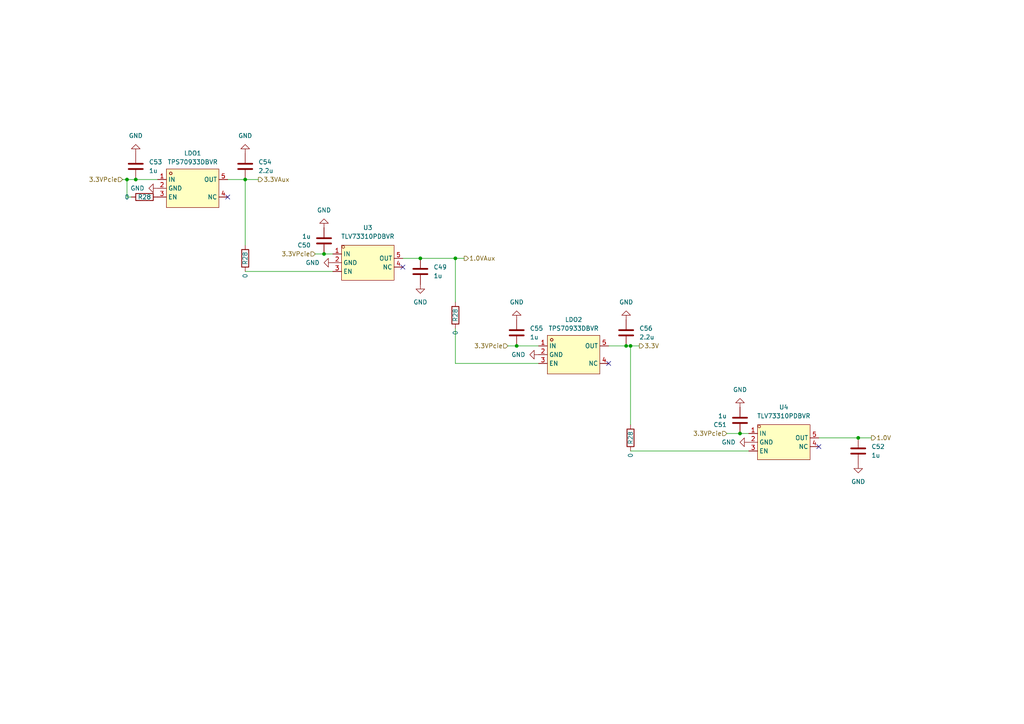
<source format=kicad_sch>
(kicad_sch (version 20230121) (generator eeschema)
  (paper "A4")
  (lib_symbols
    (symbol "Device:C" (pin_numbers hide) (pin_names (offset 0.254))
      (property "Reference" "C" (at 0.635 2.54 0))
      (property "Value" "C" (at 0.635 -2.54 0))
      (symbol "C_0_1"
        (polyline (pts (xy -2.032 -0.762) (xy 2.032 -0.762)) (stroke (width 0.508)))
        (polyline (pts (xy -2.032 0.762) (xy 2.032 0.762)) (stroke (width 0.508)))
      )
      (symbol "C_1_1"
        (pin passive line (at 0 3.81 270) (length 2.794) (name "~") (number "1"))
        (pin passive line (at 0 -3.81 90) (length 2.794) (name "~") (number "2"))
      )
    )
    (symbol "Device:R" (pin_numbers hide) (pin_names (offset 0))
      (property "Reference" "R" (at 2.032 0 90))
      (property "Value" "R" (at 0 0 90))
      (symbol "R_0_1"
        (rectangle (start -1.016 -2.54) (end 1.016 2.54) (stroke (width 0.254)))
      )
      (symbol "R_1_1"
        (pin passive line (at 0 3.81 270) (length 1.27) (name "~") (number "1"))
        (pin passive line (at 0 -3.81 90) (length 1.27) (name "~") (number "2"))
      )
    )
    (symbol "NEW:TLV73310PDBVR"
      (property "Reference" "U" (at 0 7.62 0))
      (property "Value" "TLV73310PDBVR" (at 0 -7.62 0))
      (symbol "TLV73310PDBVR_0_1"
        (rectangle (start -7.62 5.08) (end 7.62 -5.08) (fill (type background)))
        (circle (center -7.11 4.57) (radius 0.38))
        (pin unspecified line (at -10.16 2.54 0) (length 2.54) (name "IN") (number "1"))
        (pin unspecified line (at -10.16 0 0) (length 2.54) (name "GND") (number "2"))
        (pin unspecified line (at -10.16 -2.54 0) (length 2.54) (name "EN") (number "3"))
        (pin unspecified line (at 10.16 -1.27 180) (length 2.54) (name "NC") (number "4"))
        (pin unspecified line (at 10.16 1.27 180) (length 2.54) (name "OUT") (number "5"))
      )
    )
    (symbol "NEW:TPS70933DBVR"
      (property "Reference" "LDO" (at 0 7.62 0))
      (property "Value" "TPS70933DBVR" (at 0 -7.62 0))
      (symbol "TPS70933DBVR_0_1"
        (rectangle (start -7.62 5.59) (end 7.62 -5.59) (fill (type background)))
        (circle (center -6.35 4.32) (radius 0.38))
        (circle (center -6.35 4.32) (radius 0.38))
        (pin unspecified line (at -10.16 2.54 0) (length 2.54) (name "IN") (number "1"))
        (pin unspecified line (at -10.16 0 0) (length 2.54) (name "GND") (number "2"))
        (pin unspecified line (at -10.16 -2.54 0) (length 2.54) (name "EN") (number "3"))
        (pin unspecified line (at 10.16 -2.54 180) (length 2.54) (name "NC") (number "4"))
        (pin unspecified line (at 10.16 2.54 180) (length 2.54) (name "OUT") (number "5"))
      )
    )
    (symbol "power:GND" (power) (pin_names (offset 0))
      (property "Value" "GND" (at 0 -3.81 0))
      (symbol "GND_0_1"
        (polyline (pts (xy 0 0) (xy 0 -1.27) (xy 1.27 -1.27) (xy 0 -2.54) (xy -1.27 -1.27) (xy 0 -1.27)))
      )
      (symbol "GND_1_1"
        (pin power_in line (at 0 0 270) (length 0) hide (name "GND") (number "1"))
      )
    )
  )
  (junction (at 132.08 74.93))
  (junction (at 36.83 52.07))
  (junction (at 181.61 100.33))
  (junction (at 214.63 125.73))
  (junction (at 149.86 100.33))
  (junction (at 182.88 100.33))
  (junction (at 93.98 73.66))
  (junction (at 248.92 127))
  (junction (at 71.12 52.07))
  (junction (at 39.37 52.07))
  (junction (at 121.92 74.93))
  (no_connect (at 66.04 57.15))
  (no_connect (at 116.84 77.47))
  (no_connect (at 237.49 129.54))
  (no_connect (at 176.53 105.41))
  (wire (pts (xy 252.73 127) (xy 248.92 127)))
  (wire (pts (xy 182.88 123.19) (xy 182.88 100.33)))
  (wire (pts (xy 121.92 74.93) (xy 132.08 74.93)))
  (wire (pts (xy 36.83 57.15) (xy 38.1 57.15)))
  (wire (pts (xy 36.83 52.07) (xy 39.37 52.07)))
  (wire (pts (xy 248.92 127) (xy 237.49 127)))
  (wire (pts (xy 71.12 52.07) (xy 66.04 52.07)))
  (wire (pts (xy 149.86 100.33) (xy 156.21 100.33)))
  (wire (pts (xy 182.88 130.81) (xy 217.17 130.81)))
  (wire (pts (xy 116.84 74.93) (xy 121.92 74.93)))
  (wire (pts (xy 132.08 74.93) (xy 134.62 74.93)))
  (wire (pts (xy 181.61 100.33) (xy 182.88 100.33)))
  (wire (pts (xy 132.08 87.63) (xy 132.08 74.93)))
  (wire (pts (xy 147.32 100.33) (xy 149.86 100.33)))
  (wire (pts (xy 210.82 125.73) (xy 214.63 125.73)))
  (wire (pts (xy 71.12 52.07) (xy 74.93 52.07)))
  (wire (pts (xy 214.63 125.73) (xy 217.17 125.73)))
  (wire (pts (xy 181.61 100.33) (xy 176.53 100.33)))
  (wire (pts (xy 91.44 73.66) (xy 93.98 73.66)))
  (wire (pts (xy 182.88 100.33) (xy 185.42 100.33)))
  (wire (pts (xy 132.08 95.25) (xy 132.08 105.41)))
  (wire (pts (xy 71.12 52.07) (xy 71.12 71.12)))
  (wire (pts (xy 35.56 52.07) (xy 36.83 52.07)))
  (wire (pts (xy 36.83 52.07) (xy 36.83 57.15)))
  (wire (pts (xy 93.98 73.66) (xy 96.52 73.66)))
  (wire (pts (xy 39.37 52.07) (xy 45.72 52.07)))
  (wire (pts (xy 132.08 105.41) (xy 156.21 105.41)))
  (wire (pts (xy 96.52 78.74) (xy 71.12 78.74)))
  (hierarchical_label "3.3VPcie" (shape input) (at 91.44 73.66 180))
  (hierarchical_label "3.3VPcie" (shape input) (at 35.56 52.07 180))
  (hierarchical_label "1.0VAux" (shape output) (at 134.62 74.93 0))
  (hierarchical_label "3.3VPcie" (shape input) (at 210.82 125.73 180))
  (hierarchical_label "3.3VPcie" (shape input) (at 147.32 100.33 180))
  (hierarchical_label "1.0V" (shape output) (at 252.73 127 0))
  (hierarchical_label "3.3VAux" (shape output) (at 74.93 52.07 0))
  (hierarchical_label "3.3V" (shape output) (at 185.42 100.33 0))
  (symbol (lib_id "Device:R") (at 182.88 127 180) (unit 1)
    (property "Reference" "R28" (at 182.88 127 90))
    (property "Value" "0" (at 182.88 132.08 90))
    (property "Footprint" "Resistor_SMD:R_0402_1005Metric" (effects hide))
    (instances (project "switch" (path "" (reference "R28") (unit 1)) (path "" (reference "R31") (unit 1))))
  )
  (symbol (lib_id "NEW:TPS70933DBVR") (at 55.88 54.61 0) (unit 1)
    (property "Reference" "LDO1" (at 55.88 44.45 0))
    (property "Value" "TPS70933DBVR" (at 55.88 46.99 0))
    (property "Footprint" "NEW:SOT-23-5_L3.0-W1.7-P0.95-LS2.8-BR" (effects hide))
    (property "Datasheet" "https://lcsc.com/product-detail/Low-Dropout-Regulators-LDO_TI_TPS70933DBVR_TPS70933DBVR_C89347.html" (effects hide))
    (property "LCSC Part" "C89347" (effects hide))
  )
  (symbol (lib_id "Device:R") (at 41.91 57.15 90) (unit 1)
    (property "Reference" "R28" (at 41.91 57.15 90))
    (property "Value" "0" (at 36.83 57.15 90))
    (property "Footprint" "Resistor_SMD:R_0402_1005Metric" (effects hide))
    (instances (project "switch" (path "" (reference "R28") (unit 1)) (path "" (reference "R32") (unit 1))))
  )
  (symbol (lib_id "Device:C") (at 248.92 130.81 0) (unit 1)
    (property "Reference" "C52" (at 252.73 129.54 0) (effects (justify left)))
    (property "Value" "1u" (at 252.73 132.08 0) (effects (justify left)))
    (property "Footprint" "Capacitor_SMD:C_0402_1005Metric" (effects hide))
  )
  (symbol (lib_id "power:GND") (at 39.37 44.45 180) (unit 1)
    (property "Reference" "#PWR076" (effects hide))
    (property "Value" "GND" (at 39.37 39.37 0))
  )
  (symbol (lib_id "Device:C") (at 181.61 96.52 0) (unit 1)
    (property "Reference" "C56" (at 185.42 95.25 0) (effects (justify left)))
    (property "Value" "2.2u" (at 185.42 97.79 0) (effects (justify left)))
    (property "Footprint" "Capacitor_SMD:C_0402_1005Metric" (effects hide))
  )
  (symbol (lib_id "NEW:TLV73310PDBVR") (at 106.68 76.2 0) (unit 1)
    (property "Reference" "U3" (at 106.68 66.04 0))
    (property "Value" "TLV73310PDBVR" (at 106.68 68.58 0))
    (property "Footprint" "NEW:TSOT-23-5_L2.9-W1.6-P0.95-LS2.8-BR" (effects hide))
    (property "Datasheet" "https://lcsc.com/product-detail/Others_Texas-Instruments_TLV73310PDBVR_Texas-Instruments-TI-TLV73310PDBVR_C83352.html" (effects hide))
    (property "LCSC Part" "C83352" (effects hide))
  )
  (symbol (lib_id "power:GND") (at 45.72 54.61 270) (unit 1)
    (property "Reference" "#PWR069" (effects hide))
    (property "Value" "GND" (at 41.91 54.61 90) (effects (justify right)))
  )
  (symbol (lib_id "Device:C") (at 93.98 69.85 180) (unit 1)
    (property "Reference" "C50" (at 90.17 71.12 0) (effects (justify left)))
    (property "Value" "1u" (at 90.17 68.58 0) (effects (justify left)))
    (property "Footprint" "Capacitor_SMD:C_0402_1005Metric" (effects hide))
  )
  (symbol (lib_id "power:GND") (at 121.92 82.55 0) (unit 1)
    (property "Reference" "#PWR072" (effects hide))
    (property "Value" "GND" (at 121.92 87.63 0))
  )
  (symbol (lib_id "power:GND") (at 156.21 102.87 270) (unit 1)
    (property "Reference" "#PWR079" (effects hide))
    (property "Value" "GND" (at 152.4 102.87 90) (effects (justify right)))
  )
  (symbol (lib_id "power:GND") (at 248.92 134.62 0) (unit 1)
    (property "Reference" "#PWR075" (effects hide))
    (property "Value" "GND" (at 248.92 139.7 0))
  )
  (symbol (lib_id "Device:C") (at 149.86 96.52 0) (unit 1)
    (property "Reference" "C55" (at 153.67 95.25 0) (effects (justify left)))
    (property "Value" "1u" (at 153.67 97.79 0) (effects (justify left)))
    (property "Footprint" "Capacitor_SMD:C_0402_1005Metric" (effects hide))
  )
  (symbol (lib_id "Device:C") (at 214.63 121.92 180) (unit 1)
    (property "Reference" "C51" (at 210.82 123.19 0) (effects (justify left)))
    (property "Value" "1u" (at 210.82 120.65 0) (effects (justify left)))
    (property "Footprint" "Capacitor_SMD:C_0402_1005Metric" (effects hide))
  )
  (symbol (lib_id "Device:R") (at 132.08 91.44 180) (unit 1)
    (property "Reference" "R28" (at 132.08 91.44 90))
    (property "Value" "0" (at 132.08 96.52 90))
    (property "Footprint" "Resistor_SMD:R_0402_1005Metric" (effects hide))
    (instances (project "switch" (path "" (reference "R28") (unit 1)) (path "" (reference "R30") (unit 1))))
  )
  (symbol (lib_id "power:GND") (at 181.61 92.71 180) (unit 1)
    (property "Reference" "#PWR080" (effects hide))
    (property "Value" "GND" (at 181.61 87.63 0))
  )
  (symbol (lib_id "NEW:TPS70933DBVR") (at 166.37 102.87 0) (unit 1)
    (property "Reference" "LDO2" (at 166.37 92.71 0))
    (property "Value" "TPS70933DBVR" (at 166.37 95.25 0))
    (property "Footprint" "NEW:SOT-23-5_L3.0-W1.7-P0.95-LS2.8-BR" (effects hide))
    (property "Datasheet" "https://lcsc.com/product-detail/Low-Dropout-Regulators-LDO_TI_TPS70933DBVR_TPS70933DBVR_C89347.html" (effects hide))
    (property "LCSC Part" "C89347" (effects hide))
  )
  (symbol (lib_id "power:GND") (at 71.12 44.45 180) (unit 1)
    (property "Reference" "#PWR077" (effects hide))
    (property "Value" "GND" (at 71.12 39.37 0))
  )
  (symbol (lib_id "power:GND") (at 96.52 76.2 270) (unit 1)
    (property "Reference" "#PWR070" (effects hide))
    (property "Value" "GND" (at 92.71 76.2 90) (effects (justify right)))
  )
  (symbol (lib_id "power:GND") (at 217.17 128.27 270) (unit 1)
    (property "Reference" "#PWR071" (effects hide))
    (property "Value" "GND" (at 213.36 128.27 90) (effects (justify right)))
  )
  (symbol (lib_id "NEW:TLV73310PDBVR") (at 227.33 128.27 0) (unit 1)
    (property "Reference" "U4" (at 227.33 118.11 0))
    (property "Value" "TLV73310PDBVR" (at 227.33 120.65 0))
    (property "Footprint" "NEW:TSOT-23-5_L2.9-W1.6-P0.95-LS2.8-BR" (effects hide))
    (property "Datasheet" "https://lcsc.com/product-detail/Others_Texas-Instruments_TLV73310PDBVR_Texas-Instruments-TI-TLV73310PDBVR_C83352.html" (effects hide))
    (property "LCSC Part" "C83352" (effects hide))
  )
  (symbol (lib_id "Device:C") (at 39.37 48.26 0) (unit 1)
    (property "Reference" "C53" (at 43.18 46.99 0) (effects (justify left)))
    (property "Value" "1u" (at 43.18 49.53 0) (effects (justify left)))
    (property "Footprint" "Capacitor_SMD:C_0402_1005Metric" (effects hide))
  )
  (symbol (lib_id "Device:C") (at 121.92 78.74 0) (unit 1)
    (property "Reference" "C49" (at 125.73 77.47 0) (effects (justify left)))
    (property "Value" "1u" (at 125.73 80.01 0) (effects (justify left)))
    (property "Footprint" "Capacitor_SMD:C_0402_1005Metric" (effects hide))
  )
  (symbol (lib_id "power:GND") (at 149.86 92.71 180) (unit 1)
    (property "Reference" "#PWR078" (effects hide))
    (property "Value" "GND" (at 149.86 87.63 0))
  )
  (symbol (lib_id "power:GND") (at 214.63 118.11 180) (unit 1)
    (property "Reference" "#PWR074" (effects hide))
    (property "Value" "GND" (at 214.63 113.03 0))
  )
  (symbol (lib_id "Device:C") (at 71.12 48.26 0) (unit 1)
    (property "Reference" "C54" (at 74.93 46.99 0) (effects (justify left)))
    (property "Value" "2.2u" (at 74.93 49.53 0) (effects (justify left)))
    (property "Footprint" "Capacitor_SMD:C_0402_1005Metric" (effects hide))
  )
  (symbol (lib_id "Device:R") (at 71.12 74.93 0) (mirror x) (unit 1)
    (property "Reference" "R28" (at 71.12 74.93 90))
    (property "Value" "0" (at 71.12 80.01 90))
    (property "Footprint" "Resistor_SMD:R_0402_1005Metric" (effects hide))
    (instances (project "switch" (path "" (reference "R28") (unit 1)) (path "" (reference "R29") (unit 1))))
  )
  (symbol (lib_id "power:GND") (at 93.98 66.04 180) (unit 1)
    (property "Reference" "#PWR073" (effects hide))
    (property "Value" "GND" (at 93.98 60.96 0))
  )
)
</source>
